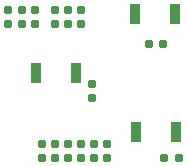
<source format=gbr>
%TF.GenerationSoftware,KiCad,Pcbnew,(6.0.9)*%
%TF.CreationDate,2023-01-31T14:43:12+01:00*%
%TF.ProjectId,keyring_beerclock,6b657972-696e-4675-9f62-656572636c6f,rev?*%
%TF.SameCoordinates,Original*%
%TF.FileFunction,Paste,Bot*%
%TF.FilePolarity,Positive*%
%FSLAX46Y46*%
G04 Gerber Fmt 4.6, Leading zero omitted, Abs format (unit mm)*
G04 Created by KiCad (PCBNEW (6.0.9)) date 2023-01-31 14:43:12*
%MOMM*%
%LPD*%
G01*
G04 APERTURE LIST*
G04 Aperture macros list*
%AMRoundRect*
0 Rectangle with rounded corners*
0 $1 Rounding radius*
0 $2 $3 $4 $5 $6 $7 $8 $9 X,Y pos of 4 corners*
0 Add a 4 corners polygon primitive as box body*
4,1,4,$2,$3,$4,$5,$6,$7,$8,$9,$2,$3,0*
0 Add four circle primitives for the rounded corners*
1,1,$1+$1,$2,$3*
1,1,$1+$1,$4,$5*
1,1,$1+$1,$6,$7*
1,1,$1+$1,$8,$9*
0 Add four rect primitives between the rounded corners*
20,1,$1+$1,$2,$3,$4,$5,0*
20,1,$1+$1,$4,$5,$6,$7,0*
20,1,$1+$1,$6,$7,$8,$9,0*
20,1,$1+$1,$8,$9,$2,$3,0*%
G04 Aperture macros list end*
%ADD10R,0.900000X1.700000*%
%ADD11RoundRect,0.160000X-0.197500X-0.160000X0.197500X-0.160000X0.197500X0.160000X-0.197500X0.160000X0*%
%ADD12RoundRect,0.160000X-0.160000X0.197500X-0.160000X-0.197500X0.160000X-0.197500X0.160000X0.197500X0*%
%ADD13RoundRect,0.160000X0.160000X-0.197500X0.160000X0.197500X-0.160000X0.197500X-0.160000X-0.197500X0*%
%ADD14RoundRect,0.155000X0.155000X-0.212500X0.155000X0.212500X-0.155000X0.212500X-0.155000X-0.212500X0*%
G04 APERTURE END LIST*
D10*
%TO.C,SW4*%
X143300000Y-111000000D03*
X146700000Y-111000000D03*
%TD*%
%TO.C,SW3*%
X151800000Y-116000000D03*
X155200000Y-116000000D03*
%TD*%
%TO.C,SW2*%
X151700000Y-106000000D03*
X155100000Y-106000000D03*
%TD*%
D11*
%TO.C,R6*%
X152902500Y-108500000D03*
X154097500Y-108500000D03*
%TD*%
D12*
%TO.C,R11*%
X143860000Y-118147500D03*
X143860000Y-116952500D03*
%TD*%
%TO.C,R10*%
X144962000Y-118147500D03*
X144962000Y-116952500D03*
%TD*%
%TO.C,R9*%
X147164000Y-116952500D03*
X147164000Y-118147500D03*
%TD*%
%TO.C,R8*%
X146066000Y-116952500D03*
X146066000Y-118147500D03*
%TD*%
D11*
%TO.C,R7*%
X154202500Y-118200000D03*
X155397500Y-118200000D03*
%TD*%
D13*
%TO.C,R5*%
X148100000Y-113097500D03*
X148100000Y-111902500D03*
%TD*%
%TO.C,R4*%
X149368000Y-116952500D03*
X149368000Y-118147500D03*
%TD*%
%TO.C,R3*%
X148270000Y-116952500D03*
X148270000Y-118147500D03*
%TD*%
%TO.C,R1*%
X140978000Y-105632500D03*
X140978000Y-106827500D03*
%TD*%
D14*
%TO.C,C10*%
X144924000Y-105682500D03*
X144924000Y-106817500D03*
%TD*%
%TO.C,C8*%
X147160000Y-105682500D03*
X147160000Y-106817500D03*
%TD*%
%TO.C,C7*%
X142106000Y-105682500D03*
X142106000Y-106817500D03*
%TD*%
%TO.C,C4*%
X143250000Y-106817500D03*
X143250000Y-105682500D03*
%TD*%
%TO.C,C3*%
X146042000Y-105682500D03*
X146042000Y-106817500D03*
%TD*%
M02*

</source>
